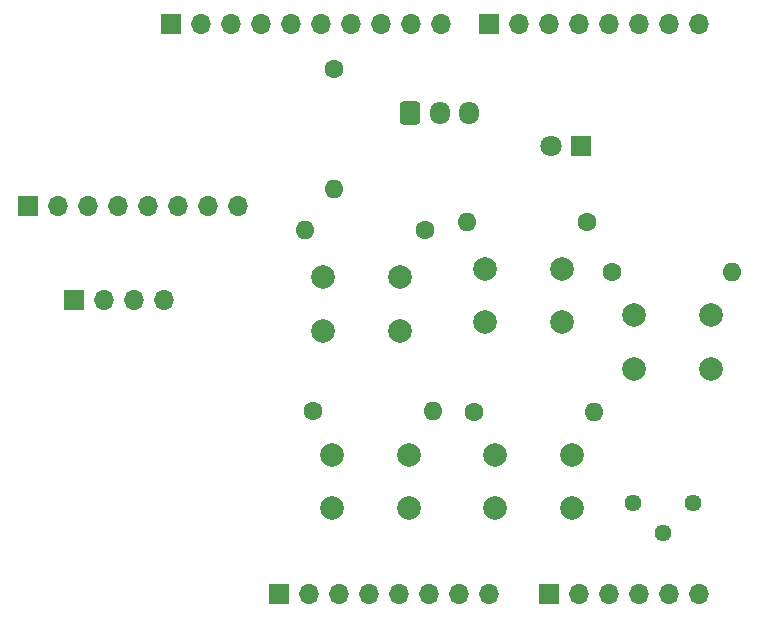
<source format=gbr>
%TF.GenerationSoftware,KiCad,Pcbnew,8.0.8*%
%TF.CreationDate,2025-02-03T18:53:19-07:00*%
%TF.ProjectId,Uno_Shield_ThermoPro,556e6f5f-5368-4696-956c-645f54686572,rev?*%
%TF.SameCoordinates,Original*%
%TF.FileFunction,Soldermask,Top*%
%TF.FilePolarity,Negative*%
%FSLAX46Y46*%
G04 Gerber Fmt 4.6, Leading zero omitted, Abs format (unit mm)*
G04 Created by KiCad (PCBNEW 8.0.8) date 2025-02-03 18:53:19*
%MOMM*%
%LPD*%
G01*
G04 APERTURE LIST*
G04 Aperture macros list*
%AMRoundRect*
0 Rectangle with rounded corners*
0 $1 Rounding radius*
0 $2 $3 $4 $5 $6 $7 $8 $9 X,Y pos of 4 corners*
0 Add a 4 corners polygon primitive as box body*
4,1,4,$2,$3,$4,$5,$6,$7,$8,$9,$2,$3,0*
0 Add four circle primitives for the rounded corners*
1,1,$1+$1,$2,$3*
1,1,$1+$1,$4,$5*
1,1,$1+$1,$6,$7*
1,1,$1+$1,$8,$9*
0 Add four rect primitives between the rounded corners*
20,1,$1+$1,$2,$3,$4,$5,0*
20,1,$1+$1,$4,$5,$6,$7,0*
20,1,$1+$1,$6,$7,$8,$9,0*
20,1,$1+$1,$8,$9,$2,$3,0*%
G04 Aperture macros list end*
%ADD10R,1.700000X1.700000*%
%ADD11O,1.700000X1.700000*%
%ADD12C,2.000000*%
%ADD13C,1.600000*%
%ADD14O,1.600000X1.600000*%
%ADD15C,1.440000*%
%ADD16RoundRect,0.250000X-0.600000X-0.725000X0.600000X-0.725000X0.600000X0.725000X-0.600000X0.725000X0*%
%ADD17O,1.700000X1.950000*%
%ADD18R,1.800000X1.800000*%
%ADD19C,1.800000*%
G04 APERTURE END LIST*
D10*
%TO.C,J1*%
X127940000Y-97460000D03*
D11*
X130480000Y-97460000D03*
X133020000Y-97460000D03*
X135560000Y-97460000D03*
X138100000Y-97460000D03*
X140640000Y-97460000D03*
X143180000Y-97460000D03*
X145720000Y-97460000D03*
%TD*%
D10*
%TO.C,J3*%
X150800000Y-97460000D03*
D11*
X153340000Y-97460000D03*
X155880000Y-97460000D03*
X158420000Y-97460000D03*
X160960000Y-97460000D03*
X163500000Y-97460000D03*
%TD*%
D10*
%TO.C,J2*%
X118796000Y-49200000D03*
D11*
X121336000Y-49200000D03*
X123876000Y-49200000D03*
X126416000Y-49200000D03*
X128956000Y-49200000D03*
X131496000Y-49200000D03*
X134036000Y-49200000D03*
X136576000Y-49200000D03*
X139116000Y-49200000D03*
X141656000Y-49200000D03*
%TD*%
D10*
%TO.C,J4*%
X145720000Y-49200000D03*
D11*
X148260000Y-49200000D03*
X150800000Y-49200000D03*
X153340000Y-49200000D03*
X155880000Y-49200000D03*
X158420000Y-49200000D03*
X160960000Y-49200000D03*
X163500000Y-49200000D03*
%TD*%
D12*
%TO.C,SW1*%
X151900000Y-74430000D03*
X145400000Y-74430000D03*
X151900000Y-69930000D03*
X145400000Y-69930000D03*
%TD*%
%TO.C,SW5*%
X146260000Y-85680000D03*
X152760000Y-85680000D03*
X146260000Y-90180000D03*
X152760000Y-90180000D03*
%TD*%
D13*
%TO.C,R6*%
X132570000Y-53020000D03*
D14*
X132570000Y-63180000D03*
%TD*%
D15*
%TO.C,RV1*%
X157900000Y-89760000D03*
X160440000Y-92300000D03*
X162980000Y-89760000D03*
%TD*%
D10*
%TO.C,J6*%
X110610000Y-72590000D03*
D11*
X113150000Y-72590000D03*
X115690000Y-72590000D03*
X118230000Y-72590000D03*
%TD*%
D12*
%TO.C,SW2*%
X131660000Y-70640000D03*
X138160000Y-70640000D03*
X131660000Y-75140000D03*
X138160000Y-75140000D03*
%TD*%
D10*
%TO.C,J5*%
X106700000Y-64630000D03*
D11*
X109240000Y-64630000D03*
X111780000Y-64630000D03*
X114320000Y-64630000D03*
X116860000Y-64630000D03*
X119400000Y-64630000D03*
X121940000Y-64630000D03*
X124480000Y-64630000D03*
%TD*%
D12*
%TO.C,SW3*%
X132450000Y-85670000D03*
X138950000Y-85670000D03*
X132450000Y-90170000D03*
X138950000Y-90170000D03*
%TD*%
D16*
%TO.C,J7*%
X139050000Y-56725000D03*
D17*
X141550000Y-56725000D03*
X144050000Y-56725000D03*
%TD*%
D18*
%TO.C,D1*%
X153490000Y-59550000D03*
D19*
X150950000Y-59550000D03*
%TD*%
D13*
%TO.C,R3*%
X130820000Y-81960000D03*
D14*
X140980000Y-81960000D03*
%TD*%
D13*
%TO.C,R2*%
X140260000Y-66590000D03*
D14*
X130100000Y-66590000D03*
%TD*%
D12*
%TO.C,SW4*%
X158030000Y-73860000D03*
X164530000Y-73860000D03*
X158030000Y-78360000D03*
X164530000Y-78360000D03*
%TD*%
D13*
%TO.C,R5*%
X144470000Y-82030000D03*
D14*
X154630000Y-82030000D03*
%TD*%
D13*
%TO.C,R4*%
X156150000Y-70180000D03*
D14*
X166310000Y-70180000D03*
%TD*%
D13*
%TO.C,R1*%
X154020000Y-65980000D03*
D14*
X143860000Y-65980000D03*
%TD*%
M02*

</source>
